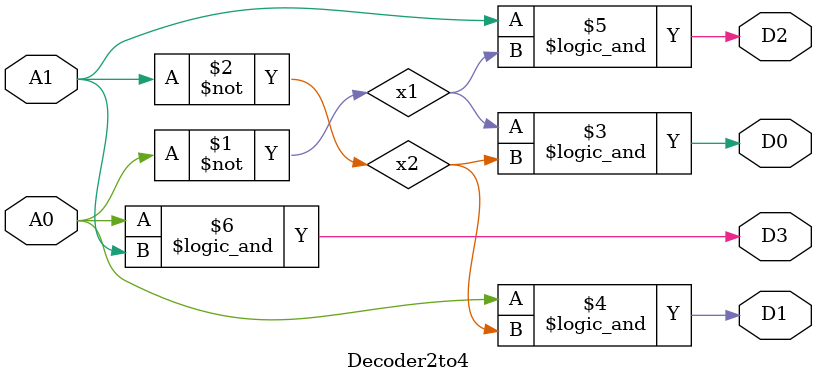
<source format=sv>
`timescale 1ns/1ns
module Decoder2to4 (output wire D0, output wire D1, output wire D2, output wire D3, input wire A0, input wire A1);

	wire x1, x20; 
	
assign x1 = ~A0;
assign x2 = ~A1;
assign D0 = x1 && x2;

assign D1 = A0 && x2;
assign D2 = A1 && x1;
assign D3 = A0 && A1;

endmodule

</source>
